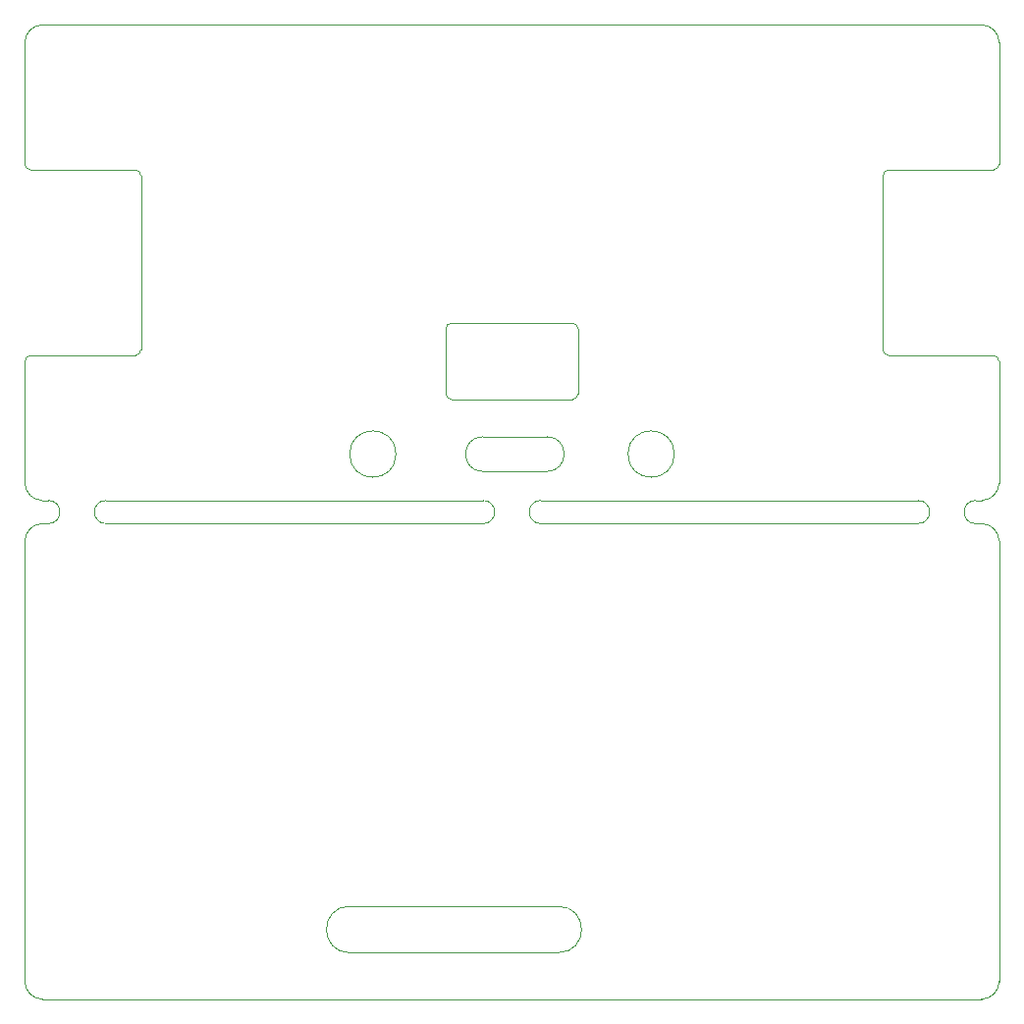
<source format=gm1>
G04 #@! TF.GenerationSoftware,KiCad,Pcbnew,6.0.10+dfsg-1~bpo11+1*
G04 #@! TF.CreationDate,2025-01-06T23:30:15+00:00*
G04 #@! TF.ProjectId,project,70726f6a-6563-4742-9e6b-696361645f70,rev?*
G04 #@! TF.SameCoordinates,Original*
G04 #@! TF.FileFunction,Profile,NP*
%FSLAX46Y46*%
G04 Gerber Fmt 4.6, Leading zero omitted, Abs format (unit mm)*
G04 Created by KiCad (PCBNEW 6.0.10+dfsg-1~bpo11+1) date 2025-01-06 23:30:15*
%MOMM*%
%LPD*%
G01*
G04 APERTURE LIST*
G04 #@! TA.AperFunction,Profile*
%ADD10C,0.100000*%
G04 #@! TD*
G04 #@! TA.AperFunction,Profile*
%ADD11C,0.120000*%
G04 #@! TD*
G04 APERTURE END LIST*
D10*
X208262500Y-111537500D02*
G75*
G03*
X208262500Y-113537500I0J-1000000D01*
G01*
X127762500Y-70537500D02*
G75*
G03*
X126262500Y-72037500I0J-1500000D01*
G01*
X127762500Y-113537500D02*
X128262500Y-113537500D01*
X171262500Y-106037500D02*
X165762500Y-106037500D01*
X172262500Y-150537500D02*
G75*
G03*
X172262500Y-146537500I0J2000000D01*
G01*
X133262500Y-113537500D02*
X165762500Y-113537500D01*
X158262500Y-107537500D02*
G75*
G03*
X158262500Y-107537500I-2000000J0D01*
G01*
X210262500Y-72037500D02*
G75*
G03*
X208762500Y-70537500I-1500000J0D01*
G01*
X126262500Y-99537500D02*
X126262500Y-110037500D01*
X165762500Y-111537500D02*
X133262500Y-111537500D01*
X200262500Y-98537500D02*
X200262500Y-83537500D01*
X208762500Y-154537500D02*
G75*
G03*
X210262500Y-153037500I0J1500000D01*
G01*
X203262500Y-111537500D02*
X170762500Y-111537500D01*
X126262500Y-153037500D02*
X126262500Y-115037500D01*
X200762500Y-83037500D02*
X209762500Y-83037500D01*
X210262500Y-115037500D02*
X210262500Y-153037500D01*
X127762500Y-113537500D02*
G75*
G03*
X126262500Y-115037500I0J-1500000D01*
G01*
X208762500Y-70537500D02*
X127762500Y-70537500D01*
X133262500Y-111537500D02*
G75*
G03*
X133262500Y-113537500I0J-1000000D01*
G01*
X209762500Y-99037500D02*
X200762500Y-99037500D01*
X171262500Y-109037500D02*
G75*
G03*
X171262500Y-106037500I0J1500000D01*
G01*
X135762500Y-99037500D02*
G75*
G03*
X136262500Y-98537500I0J500000D01*
G01*
X182262500Y-107537500D02*
G75*
G03*
X182262500Y-107537500I-2000000J0D01*
G01*
X165762500Y-106037500D02*
G75*
G03*
X165762500Y-109037500I0J-1500000D01*
G01*
X200262500Y-98537500D02*
G75*
G03*
X200762500Y-99037500I500000J0D01*
G01*
X135762500Y-99037500D02*
X126762500Y-99037500D01*
X170762500Y-113537500D02*
X203262500Y-113537500D01*
X126262500Y-110037500D02*
G75*
G03*
X127762500Y-111537500I1500000J0D01*
G01*
X210262500Y-82537500D02*
X210262500Y-72037500D01*
X172262500Y-150537500D02*
X154262500Y-150537500D01*
X126262500Y-82537500D02*
G75*
G03*
X126762500Y-83037500I500000J0D01*
G01*
X208762500Y-111537500D02*
X208262500Y-111537500D01*
X126262500Y-153037500D02*
G75*
G03*
X127762500Y-154537500I1500000J0D01*
G01*
X154262500Y-146537500D02*
X172262500Y-146537500D01*
X165762500Y-113537500D02*
G75*
G03*
X165762500Y-111537500I0J1000000D01*
G01*
X126762500Y-99037500D02*
G75*
G03*
X126262500Y-99537500I0J-500000D01*
G01*
X208262500Y-113537500D02*
X208762500Y-113537500D01*
X200762500Y-83037500D02*
G75*
G03*
X200262500Y-83537500I0J-500000D01*
G01*
X203262500Y-113537500D02*
G75*
G03*
X203262500Y-111537500I0J1000000D01*
G01*
X208762500Y-111537500D02*
G75*
G03*
X210262500Y-110037500I0J1500000D01*
G01*
X136262500Y-83537500D02*
X136262500Y-98537500D01*
X128262500Y-113537500D02*
G75*
G03*
X128262500Y-111537500I0J1000000D01*
G01*
X165762500Y-109037500D02*
X171262500Y-109037500D01*
X170762500Y-111537500D02*
G75*
G03*
X170762500Y-113537500I0J-1000000D01*
G01*
X126262500Y-72037500D02*
X126262500Y-82537500D01*
X154262500Y-146537500D02*
G75*
G03*
X154262500Y-150537500I0J-2000000D01*
G01*
X210262500Y-115037500D02*
G75*
G03*
X208762500Y-113537500I-1500000J0D01*
G01*
X209762500Y-83037500D02*
G75*
G03*
X210262500Y-82537500I0J500000D01*
G01*
X136262500Y-83537500D02*
G75*
G03*
X135762500Y-83037500I-500000J0D01*
G01*
X210262500Y-99537500D02*
X210262500Y-110037500D01*
X127762500Y-111537500D02*
X128262500Y-111537500D01*
X126762500Y-83037500D02*
X135762500Y-83037500D01*
X208762500Y-154537500D02*
X127762500Y-154537500D01*
X210262500Y-99537500D02*
G75*
G03*
X209762500Y-99037500I-500000J0D01*
G01*
D11*
X162562500Y-102337500D02*
X162562500Y-96737500D01*
X173462500Y-102837500D02*
X163062500Y-102837500D01*
X163062500Y-96237500D02*
X173462500Y-96237500D01*
X173962500Y-96737500D02*
X173962500Y-102337500D01*
X163062500Y-96237500D02*
G75*
G03*
X162562500Y-96737500I1J-500001D01*
G01*
X173462500Y-102837500D02*
G75*
G03*
X173962500Y-102337500I0J500000D01*
G01*
X173962500Y-96737500D02*
G75*
G03*
X173462500Y-96237500I-500001J-1D01*
G01*
X162562500Y-102337500D02*
G75*
G03*
X163062500Y-102837500I500000J0D01*
G01*
M02*

</source>
